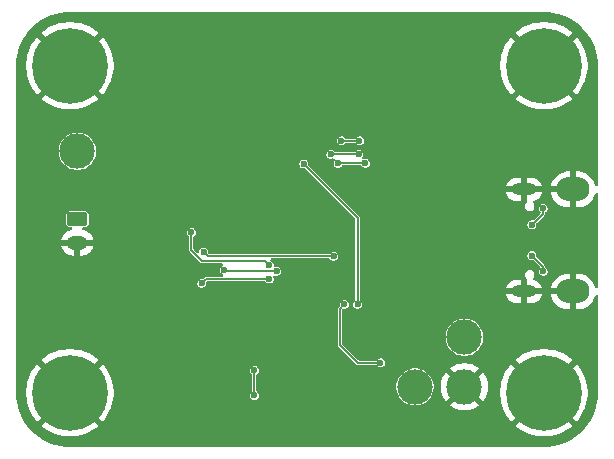
<source format=gbr>
%TF.GenerationSoftware,KiCad,Pcbnew,9.0.1*%
%TF.CreationDate,2025-04-10T15:19:34-04:00*%
%TF.ProjectId,ride-along-module,72696465-2d61-46c6-9f6e-672d6d6f6475,rev?*%
%TF.SameCoordinates,Original*%
%TF.FileFunction,Copper,L2,Bot*%
%TF.FilePolarity,Positive*%
%FSLAX46Y46*%
G04 Gerber Fmt 4.6, Leading zero omitted, Abs format (unit mm)*
G04 Created by KiCad (PCBNEW 9.0.1) date 2025-04-10 15:19:34*
%MOMM*%
%LPD*%
G01*
G04 APERTURE LIST*
G04 Aperture macros list*
%AMRoundRect*
0 Rectangle with rounded corners*
0 $1 Rounding radius*
0 $2 $3 $4 $5 $6 $7 $8 $9 X,Y pos of 4 corners*
0 Add a 4 corners polygon primitive as box body*
4,1,4,$2,$3,$4,$5,$6,$7,$8,$9,$2,$3,0*
0 Add four circle primitives for the rounded corners*
1,1,$1+$1,$2,$3*
1,1,$1+$1,$4,$5*
1,1,$1+$1,$6,$7*
1,1,$1+$1,$8,$9*
0 Add four rect primitives between the rounded corners*
20,1,$1+$1,$2,$3,$4,$5,0*
20,1,$1+$1,$4,$5,$6,$7,0*
20,1,$1+$1,$6,$7,$8,$9,0*
20,1,$1+$1,$8,$9,$2,$3,0*%
G04 Aperture macros list end*
%TA.AperFunction,ComponentPad*%
%ADD10C,0.800000*%
%TD*%
%TA.AperFunction,ComponentPad*%
%ADD11C,6.400000*%
%TD*%
%TA.AperFunction,ComponentPad*%
%ADD12C,3.000000*%
%TD*%
%TA.AperFunction,ComponentPad*%
%ADD13RoundRect,0.250000X-0.625000X0.350000X-0.625000X-0.350000X0.625000X-0.350000X0.625000X0.350000X0*%
%TD*%
%TA.AperFunction,ComponentPad*%
%ADD14O,1.750000X1.200000*%
%TD*%
%TA.AperFunction,HeatsinkPad*%
%ADD15O,2.100000X1.000000*%
%TD*%
%TA.AperFunction,HeatsinkPad*%
%ADD16O,2.794000X2.032000*%
%TD*%
%TA.AperFunction,ViaPad*%
%ADD17C,0.600000*%
%TD*%
%TA.AperFunction,Conductor*%
%ADD18C,0.200000*%
%TD*%
G04 APERTURE END LIST*
D10*
%TO.P,H1,1,1*%
%TO.N,GNDD*%
X158128000Y-84836000D03*
X158830944Y-83138944D03*
X158830944Y-86533056D03*
X160528000Y-82436000D03*
D11*
X160528000Y-84836000D03*
D10*
X160528000Y-87236000D03*
X162225056Y-83138944D03*
X162225056Y-86533056D03*
X162928000Y-84836000D03*
%TD*%
%TO.P,H4,1,1*%
%TO.N,GNDD*%
X117996000Y-57150000D03*
X118698944Y-55452944D03*
X118698944Y-58847056D03*
X120396000Y-54750000D03*
D11*
X120396000Y-57150000D03*
D10*
X120396000Y-59550000D03*
X122093056Y-55452944D03*
X122093056Y-58847056D03*
X122796000Y-57150000D03*
%TD*%
%TO.P,H3,1,1*%
%TO.N,GNDD*%
X117996000Y-84836000D03*
X118698944Y-83138944D03*
X118698944Y-86533056D03*
X120396000Y-82436000D03*
D11*
X120396000Y-84836000D03*
D10*
X120396000Y-87236000D03*
X122093056Y-83138944D03*
X122093056Y-86533056D03*
X122796000Y-84836000D03*
%TD*%
D12*
%TO.P,TP3,1,1*%
%TO.N,+3.3V*%
X149606000Y-84328000D03*
%TD*%
%TO.P,TP4,1,1*%
%TO.N,/3v7 LiPo to 3v3 Supply/V_BAT*%
X121031000Y-64389000D03*
%TD*%
D10*
%TO.P,H2,1,1*%
%TO.N,GNDD*%
X158128000Y-57150000D03*
X158830944Y-55452944D03*
X158830944Y-58847056D03*
X160528000Y-54750000D03*
D11*
X160528000Y-57150000D03*
D10*
X160528000Y-59550000D03*
X162225056Y-55452944D03*
X162225056Y-58847056D03*
X162928000Y-57150000D03*
%TD*%
D12*
%TO.P,TP1,1,1*%
%TO.N,/MCU/VDDUSB*%
X153797000Y-80137000D03*
%TD*%
%TO.P,TP2,1,1*%
%TO.N,GNDD*%
X153797000Y-84328000D03*
%TD*%
D13*
%TO.P,BT1,1,+*%
%TO.N,/3v7 LiPo to 3v3 Supply/V_BAT*%
X121031000Y-70120000D03*
D14*
%TO.P,BT1,2,-*%
%TO.N,GNDD*%
X121031000Y-72120000D03*
%TD*%
D15*
%TO.P,J1,S1,SHIELD*%
%TO.N,GNDD*%
X158830600Y-76252800D03*
D16*
X163010600Y-76252800D03*
D15*
X158830600Y-67612800D03*
D16*
X163010600Y-67612800D03*
%TD*%
D17*
%TO.N,GNDD*%
X148844000Y-75819000D03*
X151271000Y-58914000D03*
X143606500Y-54640500D03*
X141605000Y-65278000D03*
X143383000Y-62738000D03*
X138249000Y-69596000D03*
X153670000Y-71948000D03*
X127762000Y-76327000D03*
X141859000Y-82296000D03*
X125730000Y-64770000D03*
X146050000Y-80391000D03*
X154559000Y-62865000D03*
X150241000Y-75311000D03*
X148844000Y-70993000D03*
X132116000Y-65316000D03*
X121031000Y-76581000D03*
X140208000Y-60071000D03*
X121793000Y-78359000D03*
X125730000Y-81915000D03*
X126746000Y-59817000D03*
X147955000Y-69215000D03*
X131445000Y-70739000D03*
X134112000Y-71755000D03*
X134874000Y-66548000D03*
X126746000Y-72771000D03*
X154655500Y-54640500D03*
X138303000Y-82423000D03*
X145288000Y-78232000D03*
X129159000Y-68326000D03*
X127508000Y-77978000D03*
X127762000Y-73749180D03*
X128666000Y-61616000D03*
X131064000Y-84074000D03*
X132116000Y-61616000D03*
X144249000Y-78255000D03*
%TO.N,/MCU/VDD11*%
X140208000Y-65468500D03*
X144749000Y-77343000D03*
%TO.N,Net-(J1-CC1)*%
X159516800Y-73215500D03*
X160464000Y-74544700D03*
%TO.N,Net-(J1-CC2)*%
X159516800Y-70612000D03*
X160464000Y-69215000D03*
%TO.N,/MCU/SD_DAT3*%
X144907000Y-63500000D03*
X143383000Y-63500000D03*
%TO.N,/MCU/SD_CLK*%
X145415000Y-65405000D03*
X143094000Y-65405000D03*
%TO.N,/MCU/SD_CMD*%
X142494000Y-64643000D03*
X144849000Y-64643000D03*
%TO.N,Net-(U2-VLXSMPS)*%
X146685000Y-82296000D03*
X143637000Y-77343000D03*
%TO.N,/IMU Sensors/imu_int2*%
X131572000Y-75565000D03*
X137270000Y-75201000D03*
%TO.N,/IMU Sensors/imu_sclk*%
X131712665Y-72906730D03*
X142748000Y-73279000D03*
%TO.N,/IMU Sensors/imu_int1*%
X130683000Y-71247000D03*
X137287000Y-74041000D03*
%TO.N,/IMU Sensors/pres_cs*%
X136017000Y-85060000D03*
X136017000Y-82931000D03*
%TO.N,/IMU Sensors/imu_cs*%
X137922000Y-74549000D03*
X133477000Y-74422000D03*
%TD*%
D18*
%TO.N,/MCU/VDD11*%
X144749000Y-77343000D02*
X144749000Y-70009500D01*
X144749000Y-70009500D02*
X140208000Y-65468500D01*
%TO.N,Net-(J1-CC1)*%
X160464000Y-74544700D02*
X160464000Y-74162700D01*
X160464000Y-74162700D02*
X159516800Y-73215500D01*
X159575500Y-73215500D02*
X159516800Y-73215500D01*
%TO.N,Net-(J1-CC2)*%
X159766000Y-70362800D02*
X159516800Y-70612000D01*
X159766000Y-70358000D02*
X159766000Y-70362800D01*
X160464000Y-69660000D02*
X159766000Y-70358000D01*
X160464000Y-69215000D02*
X160464000Y-69660000D01*
%TO.N,/MCU/SD_DAT3*%
X143383000Y-63500000D02*
X144907000Y-63500000D01*
%TO.N,/MCU/SD_CLK*%
X145415000Y-65405000D02*
X143094000Y-65405000D01*
%TO.N,/MCU/SD_CMD*%
X142494000Y-64643000D02*
X144849000Y-64643000D01*
%TO.N,Net-(U2-VLXSMPS)*%
X143256000Y-77724000D02*
X143256000Y-80772000D01*
X143256000Y-80772000D02*
X144780000Y-82296000D01*
X144780000Y-82296000D02*
X146685000Y-82296000D01*
X143637000Y-77343000D02*
X143256000Y-77724000D01*
%TO.N,/IMU Sensors/imu_int2*%
X137270000Y-75201000D02*
X137253000Y-75184000D01*
X137253000Y-75184000D02*
X133350000Y-75184000D01*
X131953000Y-75184000D02*
X131572000Y-75565000D01*
X133350000Y-75184000D02*
X131953000Y-75184000D01*
%TO.N,/IMU Sensors/imu_sclk*%
X131712665Y-72906730D02*
X132084935Y-73279000D01*
X132084935Y-73279000D02*
X142748000Y-73279000D01*
%TO.N,/IMU Sensors/imu_int1*%
X130683000Y-72771000D02*
X130683000Y-71247000D01*
X131592000Y-73680000D02*
X130683000Y-72771000D01*
X136926000Y-73680000D02*
X131592000Y-73680000D01*
X137287000Y-74041000D02*
X136926000Y-73680000D01*
%TO.N,/IMU Sensors/pres_cs*%
X136017000Y-82931000D02*
X136017000Y-85060000D01*
%TO.N,/IMU Sensors/imu_cs*%
X133604000Y-74549000D02*
X137922000Y-74549000D01*
X133477000Y-74422000D02*
X133604000Y-74549000D01*
%TD*%
%TA.AperFunction,Conductor*%
%TO.N,GNDD*%
G36*
X160530702Y-52570616D02*
G01*
X160543819Y-52571188D01*
X160921742Y-52587688D01*
X160932477Y-52588628D01*
X161317859Y-52639364D01*
X161328493Y-52641239D01*
X161707985Y-52725371D01*
X161718425Y-52728169D01*
X162089119Y-52845048D01*
X162099280Y-52848746D01*
X162458384Y-52997492D01*
X162468180Y-53002060D01*
X162812966Y-53181544D01*
X162822306Y-53186937D01*
X163092434Y-53359028D01*
X163150123Y-53395780D01*
X163158984Y-53401984D01*
X163467354Y-53638604D01*
X163475641Y-53645558D01*
X163762205Y-53908145D01*
X163769854Y-53915794D01*
X164032441Y-54202358D01*
X164039395Y-54210645D01*
X164276015Y-54519015D01*
X164282219Y-54527876D01*
X164491054Y-54855679D01*
X164496463Y-54865047D01*
X164675936Y-55209813D01*
X164680508Y-55219617D01*
X164829252Y-55578717D01*
X164832952Y-55588883D01*
X164949829Y-55959570D01*
X164952629Y-55970018D01*
X165036758Y-56349498D01*
X165038636Y-56360151D01*
X165089369Y-56745499D01*
X165090312Y-56756276D01*
X165107384Y-57147297D01*
X165107502Y-57152706D01*
X165107502Y-67205017D01*
X165087817Y-67272056D01*
X165035013Y-67317811D01*
X164965855Y-67327755D01*
X164902299Y-67298730D01*
X164865571Y-67243335D01*
X164796534Y-67030860D01*
X164796533Y-67030857D01*
X164688199Y-66818242D01*
X164547937Y-66625190D01*
X164547937Y-66625189D01*
X164379210Y-66456462D01*
X164186157Y-66316200D01*
X163973542Y-66207866D01*
X163973539Y-66207865D01*
X163746599Y-66134129D01*
X163510911Y-66096800D01*
X163260600Y-66096800D01*
X163260600Y-67312800D01*
X162760600Y-67312800D01*
X162760600Y-66096800D01*
X162510289Y-66096800D01*
X162274600Y-66134129D01*
X162047660Y-66207865D01*
X162047657Y-66207866D01*
X161835042Y-66316200D01*
X161641990Y-66456462D01*
X161641989Y-66456462D01*
X161473262Y-66625189D01*
X161473262Y-66625190D01*
X161333000Y-66818242D01*
X161224666Y-67030857D01*
X161224665Y-67030860D01*
X161150929Y-67257800D01*
X161134299Y-67362800D01*
X162443612Y-67362800D01*
X162426395Y-67372740D01*
X162370540Y-67428595D01*
X162331044Y-67497004D01*
X162310600Y-67573304D01*
X162310600Y-67652296D01*
X162331044Y-67728596D01*
X162370540Y-67797005D01*
X162426395Y-67852860D01*
X162443612Y-67862800D01*
X161134299Y-67862800D01*
X161150929Y-67967799D01*
X161224665Y-68194739D01*
X161224666Y-68194742D01*
X161333000Y-68407357D01*
X161473262Y-68600409D01*
X161473262Y-68600410D01*
X161641989Y-68769137D01*
X161835042Y-68909399D01*
X162047657Y-69017733D01*
X162047660Y-69017734D01*
X162274600Y-69091470D01*
X162510289Y-69128800D01*
X162760600Y-69128800D01*
X162760600Y-67912800D01*
X163260600Y-67912800D01*
X163260600Y-69128800D01*
X163510911Y-69128800D01*
X163746599Y-69091470D01*
X163973539Y-69017734D01*
X163973542Y-69017733D01*
X164186157Y-68909399D01*
X164379209Y-68769137D01*
X164379210Y-68769137D01*
X164547937Y-68600410D01*
X164547937Y-68600409D01*
X164688199Y-68407357D01*
X164796533Y-68194742D01*
X164796534Y-68194739D01*
X164865571Y-67982264D01*
X164905008Y-67924589D01*
X164969367Y-67897390D01*
X165038213Y-67909304D01*
X165089689Y-67956548D01*
X165107502Y-68020582D01*
X165107502Y-75845017D01*
X165087817Y-75912056D01*
X165035013Y-75957811D01*
X164965855Y-75967755D01*
X164902299Y-75938730D01*
X164865571Y-75883335D01*
X164796534Y-75670860D01*
X164796533Y-75670857D01*
X164688199Y-75458242D01*
X164547937Y-75265190D01*
X164547937Y-75265189D01*
X164379210Y-75096462D01*
X164186157Y-74956200D01*
X163973542Y-74847866D01*
X163973539Y-74847865D01*
X163746599Y-74774129D01*
X163510911Y-74736800D01*
X163260600Y-74736800D01*
X163260600Y-75952800D01*
X162760600Y-75952800D01*
X162760600Y-74736800D01*
X162510289Y-74736800D01*
X162274600Y-74774129D01*
X162047660Y-74847865D01*
X162047657Y-74847866D01*
X161835042Y-74956200D01*
X161641990Y-75096462D01*
X161641989Y-75096462D01*
X161473262Y-75265189D01*
X161473262Y-75265190D01*
X161333000Y-75458242D01*
X161224666Y-75670857D01*
X161224665Y-75670860D01*
X161150929Y-75897800D01*
X161134299Y-76002800D01*
X162443612Y-76002800D01*
X162426395Y-76012740D01*
X162370540Y-76068595D01*
X162331044Y-76137004D01*
X162310600Y-76213304D01*
X162310600Y-76292296D01*
X162331044Y-76368596D01*
X162370540Y-76437005D01*
X162426395Y-76492860D01*
X162443612Y-76502800D01*
X161134299Y-76502800D01*
X161150929Y-76607799D01*
X161224665Y-76834739D01*
X161224666Y-76834742D01*
X161333000Y-77047357D01*
X161473262Y-77240409D01*
X161473262Y-77240410D01*
X161641989Y-77409137D01*
X161835042Y-77549399D01*
X162047657Y-77657733D01*
X162047660Y-77657734D01*
X162274600Y-77731470D01*
X162510289Y-77768800D01*
X162760600Y-77768800D01*
X162760600Y-76552800D01*
X163260600Y-76552800D01*
X163260600Y-77768800D01*
X163510911Y-77768800D01*
X163746599Y-77731470D01*
X163973539Y-77657734D01*
X163973542Y-77657733D01*
X164186157Y-77549399D01*
X164379209Y-77409137D01*
X164379210Y-77409137D01*
X164547937Y-77240410D01*
X164547937Y-77240409D01*
X164688199Y-77047357D01*
X164796533Y-76834742D01*
X164796534Y-76834739D01*
X164865571Y-76622264D01*
X164905008Y-76564589D01*
X164969367Y-76537390D01*
X165038213Y-76549304D01*
X165089689Y-76596548D01*
X165107502Y-76660582D01*
X165107502Y-84833293D01*
X165107384Y-84838702D01*
X165090312Y-85229723D01*
X165089369Y-85240500D01*
X165038636Y-85625848D01*
X165036758Y-85636501D01*
X164952629Y-86015981D01*
X164949829Y-86026429D01*
X164832952Y-86397116D01*
X164829252Y-86407282D01*
X164680508Y-86766382D01*
X164675936Y-86776186D01*
X164496463Y-87120952D01*
X164491054Y-87130320D01*
X164282219Y-87458123D01*
X164276015Y-87466984D01*
X164039395Y-87775354D01*
X164032441Y-87783641D01*
X163769854Y-88070205D01*
X163762205Y-88077854D01*
X163475641Y-88340441D01*
X163467354Y-88347395D01*
X163158984Y-88584015D01*
X163150123Y-88590219D01*
X162822320Y-88799054D01*
X162812952Y-88804463D01*
X162468186Y-88983936D01*
X162458382Y-88988508D01*
X162099282Y-89137252D01*
X162089116Y-89140952D01*
X161718429Y-89257829D01*
X161707981Y-89260629D01*
X161328501Y-89344758D01*
X161317848Y-89346636D01*
X160932500Y-89397369D01*
X160921723Y-89398312D01*
X160530703Y-89415384D01*
X160525294Y-89415502D01*
X120398708Y-89415502D01*
X120393299Y-89415384D01*
X120002278Y-89398312D01*
X119991502Y-89397369D01*
X119606151Y-89346636D01*
X119595498Y-89344758D01*
X119216022Y-89260631D01*
X119205572Y-89257831D01*
X118834883Y-89140953D01*
X118824718Y-89137253D01*
X118465618Y-88988509D01*
X118455814Y-88983937D01*
X118111057Y-88804468D01*
X118101689Y-88799060D01*
X117773868Y-88590215D01*
X117765007Y-88584010D01*
X117456646Y-88347396D01*
X117448359Y-88340442D01*
X117161795Y-88077855D01*
X117154146Y-88070206D01*
X116891558Y-87783642D01*
X116884604Y-87775355D01*
X116789176Y-87650991D01*
X116647984Y-87466985D01*
X116641780Y-87458124D01*
X116522419Y-87270766D01*
X116432937Y-87130307D01*
X116427544Y-87120967D01*
X116248060Y-86776181D01*
X116243491Y-86766383D01*
X116232762Y-86740480D01*
X116094742Y-86407271D01*
X116091053Y-86397136D01*
X115974166Y-86026417D01*
X115971369Y-86015978D01*
X115966607Y-85994499D01*
X115887240Y-85636497D01*
X115885363Y-85625848D01*
X115875952Y-85554365D01*
X115834628Y-85240477D01*
X115833688Y-85229742D01*
X115816618Y-84838746D01*
X115816500Y-84833338D01*
X115816500Y-84654234D01*
X116696000Y-84654234D01*
X116696000Y-85017765D01*
X116731632Y-85379556D01*
X116802550Y-85736090D01*
X116802553Y-85736101D01*
X116908086Y-86083997D01*
X117047207Y-86419864D01*
X117047209Y-86419869D01*
X117218570Y-86740462D01*
X117218581Y-86740480D01*
X117420551Y-87042750D01*
X117607678Y-87270765D01*
X117607679Y-87270766D01*
X119101747Y-85776697D01*
X119175588Y-85878330D01*
X119353670Y-86056412D01*
X119455301Y-86130251D01*
X117961232Y-87624319D01*
X117961233Y-87624320D01*
X118189249Y-87811448D01*
X118491519Y-88013418D01*
X118491537Y-88013429D01*
X118812130Y-88184790D01*
X118812135Y-88184792D01*
X119148002Y-88323913D01*
X119495898Y-88429446D01*
X119495909Y-88429449D01*
X119852443Y-88500367D01*
X120214234Y-88536000D01*
X120577766Y-88536000D01*
X120939556Y-88500367D01*
X121296090Y-88429449D01*
X121296101Y-88429446D01*
X121643997Y-88323913D01*
X121979864Y-88184792D01*
X121979869Y-88184790D01*
X122300462Y-88013429D01*
X122300480Y-88013418D01*
X122602736Y-87811457D01*
X122602750Y-87811447D01*
X122830765Y-87624320D01*
X122830766Y-87624319D01*
X121336698Y-86130251D01*
X121438330Y-86056412D01*
X121616412Y-85878330D01*
X121690251Y-85776698D01*
X123184319Y-87270766D01*
X123184320Y-87270765D01*
X123371447Y-87042750D01*
X123371457Y-87042736D01*
X123573418Y-86740480D01*
X123573429Y-86740462D01*
X123744790Y-86419869D01*
X123744792Y-86419864D01*
X123883913Y-86083997D01*
X123989446Y-85736101D01*
X123989449Y-85736090D01*
X124060367Y-85379556D01*
X124096000Y-85017765D01*
X124096000Y-84654234D01*
X124060367Y-84292443D01*
X123989449Y-83935909D01*
X123989446Y-83935898D01*
X123883913Y-83588002D01*
X123744792Y-83252135D01*
X123744790Y-83252130D01*
X123573533Y-82931732D01*
X123573532Y-82931728D01*
X123573528Y-82931724D01*
X123573420Y-82931522D01*
X123573418Y-82931519D01*
X123539934Y-82881406D01*
X135640300Y-82881406D01*
X135640300Y-82980593D01*
X135665971Y-83076402D01*
X135680539Y-83101633D01*
X135715565Y-83162300D01*
X135785700Y-83232435D01*
X135785703Y-83232437D01*
X135791788Y-83237106D01*
X135832990Y-83293535D01*
X135840300Y-83335481D01*
X135840300Y-84655518D01*
X135820615Y-84722557D01*
X135791789Y-84753892D01*
X135785702Y-84758562D01*
X135715565Y-84828700D01*
X135665971Y-84914597D01*
X135640300Y-85010406D01*
X135640300Y-85109593D01*
X135665971Y-85205402D01*
X135680013Y-85229722D01*
X135715565Y-85291300D01*
X135785700Y-85361435D01*
X135871599Y-85411029D01*
X135967406Y-85436700D01*
X135967408Y-85436700D01*
X136066592Y-85436700D01*
X136066594Y-85436700D01*
X136162401Y-85411029D01*
X136248300Y-85361435D01*
X136318435Y-85291300D01*
X136368029Y-85205401D01*
X136393700Y-85109594D01*
X136393700Y-85010406D01*
X136368029Y-84914599D01*
X136318435Y-84828700D01*
X136248300Y-84758565D01*
X136248299Y-84758564D01*
X136248297Y-84758562D01*
X136242211Y-84753892D01*
X136201010Y-84697463D01*
X136193700Y-84655518D01*
X136193700Y-84203911D01*
X148029300Y-84203911D01*
X148029300Y-84452089D01*
X148030764Y-84461332D01*
X148068124Y-84697212D01*
X148144813Y-84933240D01*
X148228385Y-85097257D01*
X148257486Y-85154371D01*
X148403361Y-85355151D01*
X148578849Y-85530639D01*
X148779629Y-85676514D01*
X148922832Y-85749480D01*
X149000759Y-85789186D01*
X149118773Y-85827530D01*
X149236789Y-85865876D01*
X149481911Y-85904700D01*
X149481912Y-85904700D01*
X149730088Y-85904700D01*
X149730089Y-85904700D01*
X149975211Y-85865876D01*
X150211243Y-85789185D01*
X150432371Y-85676514D01*
X150633151Y-85530639D01*
X150808639Y-85355151D01*
X150954514Y-85154371D01*
X151067185Y-84933243D01*
X151143876Y-84697211D01*
X151182700Y-84452089D01*
X151182700Y-84203911D01*
X151181590Y-84196905D01*
X151797000Y-84196905D01*
X151797000Y-84459094D01*
X151831220Y-84719009D01*
X151831222Y-84719020D01*
X151899075Y-84972255D01*
X151999404Y-85214471D01*
X151999409Y-85214482D01*
X152130488Y-85441516D01*
X152130494Y-85441524D01*
X152217080Y-85554365D01*
X153081152Y-84690292D01*
X153088049Y-84706942D01*
X153175599Y-84837970D01*
X153287030Y-84949401D01*
X153418058Y-85036951D01*
X153434705Y-85043846D01*
X152570633Y-85907917D01*
X152570633Y-85907918D01*
X152683475Y-85994505D01*
X152683483Y-85994511D01*
X152910517Y-86125590D01*
X152910528Y-86125595D01*
X153152744Y-86225924D01*
X153405979Y-86293777D01*
X153405990Y-86293779D01*
X153665905Y-86327999D01*
X153665920Y-86328000D01*
X153928080Y-86328000D01*
X153928094Y-86327999D01*
X154188009Y-86293779D01*
X154188020Y-86293777D01*
X154441255Y-86225924D01*
X154683471Y-86125595D01*
X154683482Y-86125590D01*
X154910516Y-85994511D01*
X154910534Y-85994499D01*
X155023365Y-85907919D01*
X155023365Y-85907917D01*
X154159294Y-85043846D01*
X154175942Y-85036951D01*
X154306970Y-84949401D01*
X154418401Y-84837970D01*
X154505951Y-84706942D01*
X154512846Y-84690294D01*
X155376917Y-85554365D01*
X155376919Y-85554365D01*
X155463499Y-85441534D01*
X155463511Y-85441516D01*
X155594590Y-85214482D01*
X155594595Y-85214471D01*
X155694924Y-84972255D01*
X155762777Y-84719020D01*
X155762780Y-84719007D01*
X155771308Y-84654234D01*
X156828000Y-84654234D01*
X156828000Y-85017765D01*
X156863632Y-85379556D01*
X156934550Y-85736090D01*
X156934553Y-85736101D01*
X157040086Y-86083997D01*
X157179207Y-86419864D01*
X157179209Y-86419869D01*
X157350570Y-86740462D01*
X157350581Y-86740480D01*
X157552551Y-87042750D01*
X157739678Y-87270765D01*
X157739679Y-87270766D01*
X159233747Y-85776697D01*
X159307588Y-85878330D01*
X159485670Y-86056412D01*
X159587301Y-86130251D01*
X158093232Y-87624319D01*
X158093233Y-87624320D01*
X158321249Y-87811448D01*
X158623519Y-88013418D01*
X158623537Y-88013429D01*
X158944130Y-88184790D01*
X158944135Y-88184792D01*
X159280002Y-88323913D01*
X159627898Y-88429446D01*
X159627909Y-88429449D01*
X159984443Y-88500367D01*
X160346234Y-88536000D01*
X160709766Y-88536000D01*
X161071556Y-88500367D01*
X161428090Y-88429449D01*
X161428101Y-88429446D01*
X161775997Y-88323913D01*
X162111864Y-88184792D01*
X162111869Y-88184790D01*
X162432462Y-88013429D01*
X162432480Y-88013418D01*
X162734736Y-87811457D01*
X162734750Y-87811447D01*
X162962765Y-87624320D01*
X162962766Y-87624319D01*
X161468698Y-86130251D01*
X161570330Y-86056412D01*
X161748412Y-85878330D01*
X161822251Y-85776698D01*
X163316319Y-87270766D01*
X163316320Y-87270765D01*
X163503447Y-87042750D01*
X163503457Y-87042736D01*
X163705418Y-86740480D01*
X163705429Y-86740462D01*
X163876790Y-86419869D01*
X163876792Y-86419864D01*
X164015913Y-86083997D01*
X164121446Y-85736101D01*
X164121449Y-85736090D01*
X164192367Y-85379556D01*
X164228000Y-85017765D01*
X164228000Y-84654234D01*
X164192367Y-84292443D01*
X164121449Y-83935909D01*
X164121446Y-83935898D01*
X164015913Y-83588002D01*
X163876792Y-83252135D01*
X163876790Y-83252130D01*
X163705429Y-82931537D01*
X163705418Y-82931519D01*
X163503448Y-82629249D01*
X163316320Y-82401233D01*
X163316319Y-82401232D01*
X161822251Y-83895300D01*
X161748412Y-83793670D01*
X161570330Y-83615588D01*
X161468698Y-83541748D01*
X162962766Y-82047679D01*
X162962765Y-82047678D01*
X162734750Y-81860551D01*
X162432480Y-81658581D01*
X162432462Y-81658570D01*
X162111869Y-81487209D01*
X162111864Y-81487207D01*
X161775997Y-81348086D01*
X161428101Y-81242553D01*
X161428090Y-81242550D01*
X161071556Y-81171632D01*
X160709766Y-81136000D01*
X160346234Y-81136000D01*
X159984443Y-81171632D01*
X159627909Y-81242550D01*
X159627898Y-81242553D01*
X159280002Y-81348086D01*
X158944135Y-81487207D01*
X158944130Y-81487209D01*
X158623537Y-81658570D01*
X158623519Y-81658581D01*
X158321258Y-81860545D01*
X158321254Y-81860548D01*
X158093233Y-82047679D01*
X158093233Y-82047680D01*
X159587301Y-83541748D01*
X159485670Y-83615588D01*
X159307588Y-83793670D01*
X159233748Y-83895301D01*
X157739680Y-82401233D01*
X157739679Y-82401233D01*
X157552548Y-82629254D01*
X157552545Y-82629258D01*
X157350581Y-82931519D01*
X157350570Y-82931537D01*
X157179209Y-83252130D01*
X157179207Y-83252135D01*
X157040086Y-83588002D01*
X156934553Y-83935898D01*
X156934550Y-83935909D01*
X156863632Y-84292443D01*
X156828000Y-84654234D01*
X155771308Y-84654234D01*
X155773840Y-84635002D01*
X155773840Y-84635001D01*
X155796999Y-84459094D01*
X155797000Y-84459080D01*
X155797000Y-84196919D01*
X155796999Y-84196905D01*
X155762779Y-83936990D01*
X155762777Y-83936979D01*
X155694924Y-83683744D01*
X155594595Y-83441528D01*
X155594590Y-83441517D01*
X155463511Y-83214483D01*
X155463505Y-83214475D01*
X155376918Y-83101633D01*
X155376917Y-83101633D01*
X154512846Y-83965704D01*
X154505951Y-83949058D01*
X154418401Y-83818030D01*
X154306970Y-83706599D01*
X154175942Y-83619049D01*
X154159292Y-83612152D01*
X155023365Y-82748080D01*
X154910524Y-82661494D01*
X154910516Y-82661488D01*
X154683482Y-82530409D01*
X154683471Y-82530404D01*
X154441255Y-82430075D01*
X154188020Y-82362222D01*
X154188009Y-82362220D01*
X153928094Y-82328000D01*
X153665905Y-82328000D01*
X153405990Y-82362220D01*
X153405979Y-82362222D01*
X153152744Y-82430075D01*
X152910528Y-82530404D01*
X152910517Y-82530409D01*
X152683471Y-82661496D01*
X152570633Y-82748079D01*
X152570633Y-82748080D01*
X153434706Y-83612153D01*
X153418058Y-83619049D01*
X153287030Y-83706599D01*
X153175599Y-83818030D01*
X153088049Y-83949058D01*
X153081153Y-83965706D01*
X152217080Y-83101633D01*
X152217079Y-83101633D01*
X152130496Y-83214471D01*
X151999409Y-83441517D01*
X151999404Y-83441528D01*
X151899075Y-83683744D01*
X151831222Y-83936979D01*
X151831220Y-83936990D01*
X151797000Y-84196905D01*
X151181590Y-84196905D01*
X151143876Y-83958789D01*
X151067185Y-83722757D01*
X150954514Y-83501629D01*
X150808639Y-83300849D01*
X150633151Y-83125361D01*
X150432371Y-82979486D01*
X150283614Y-82903690D01*
X150211240Y-82866813D01*
X149975212Y-82790124D01*
X149852650Y-82770712D01*
X149730089Y-82751300D01*
X149481911Y-82751300D01*
X149400203Y-82764241D01*
X149236787Y-82790124D01*
X149000759Y-82866813D01*
X148779628Y-82979486D01*
X148578846Y-83125363D01*
X148403363Y-83300846D01*
X148257486Y-83501628D01*
X148144813Y-83722759D01*
X148068124Y-83958787D01*
X148030410Y-84196905D01*
X148029300Y-84203911D01*
X136193700Y-84203911D01*
X136193700Y-83335481D01*
X136213385Y-83268442D01*
X136242212Y-83237106D01*
X136248292Y-83232439D01*
X136248300Y-83232435D01*
X136318435Y-83162300D01*
X136368029Y-83076401D01*
X136393700Y-82980594D01*
X136393700Y-82881406D01*
X136368029Y-82785599D01*
X136318435Y-82699700D01*
X136248300Y-82629565D01*
X136205350Y-82604768D01*
X136162402Y-82579971D01*
X136114497Y-82567135D01*
X136066594Y-82554300D01*
X135967406Y-82554300D01*
X135871597Y-82579971D01*
X135785700Y-82629565D01*
X135785697Y-82629567D01*
X135715567Y-82699697D01*
X135715565Y-82699700D01*
X135665971Y-82785597D01*
X135640300Y-82881406D01*
X123539934Y-82881406D01*
X123371448Y-82629249D01*
X123184320Y-82401233D01*
X123184319Y-82401232D01*
X121690251Y-83895300D01*
X121616412Y-83793670D01*
X121438330Y-83615588D01*
X121336698Y-83541748D01*
X122830766Y-82047679D01*
X122830765Y-82047678D01*
X122602750Y-81860551D01*
X122300480Y-81658581D01*
X122300462Y-81658570D01*
X121979869Y-81487209D01*
X121979864Y-81487207D01*
X121643997Y-81348086D01*
X121296101Y-81242553D01*
X121296090Y-81242550D01*
X120939556Y-81171632D01*
X120577766Y-81136000D01*
X120214234Y-81136000D01*
X119852443Y-81171632D01*
X119495909Y-81242550D01*
X119495898Y-81242553D01*
X119148002Y-81348086D01*
X118812135Y-81487207D01*
X118812130Y-81487209D01*
X118491537Y-81658570D01*
X118491519Y-81658581D01*
X118189258Y-81860545D01*
X118189254Y-81860548D01*
X117961233Y-82047679D01*
X117961233Y-82047680D01*
X119455301Y-83541748D01*
X119353670Y-83615588D01*
X119175588Y-83793670D01*
X119101748Y-83895301D01*
X117607680Y-82401233D01*
X117607679Y-82401233D01*
X117420548Y-82629254D01*
X117420545Y-82629258D01*
X117218581Y-82931519D01*
X117218570Y-82931537D01*
X117047209Y-83252130D01*
X117047207Y-83252135D01*
X116908086Y-83588002D01*
X116802553Y-83935898D01*
X116802550Y-83935909D01*
X116731632Y-84292443D01*
X116696000Y-84654234D01*
X115816500Y-84654234D01*
X115816500Y-77688852D01*
X143079300Y-77688852D01*
X143079300Y-77710688D01*
X143079300Y-80807149D01*
X143106201Y-80872093D01*
X143173343Y-80939235D01*
X143173348Y-80939239D01*
X144630200Y-82396092D01*
X144630201Y-82396093D01*
X144679907Y-82445799D01*
X144744852Y-82472700D01*
X146280519Y-82472700D01*
X146347558Y-82492385D01*
X146378894Y-82521212D01*
X146383563Y-82527297D01*
X146383565Y-82527300D01*
X146453700Y-82597435D01*
X146539599Y-82647029D01*
X146635406Y-82672700D01*
X146635408Y-82672700D01*
X146734592Y-82672700D01*
X146734594Y-82672700D01*
X146830401Y-82647029D01*
X146916300Y-82597435D01*
X146986435Y-82527300D01*
X147036029Y-82441401D01*
X147061700Y-82345594D01*
X147061700Y-82246406D01*
X147036029Y-82150599D01*
X146986435Y-82064700D01*
X146916300Y-81994565D01*
X146873350Y-81969768D01*
X146830402Y-81944971D01*
X146782497Y-81932135D01*
X146734594Y-81919300D01*
X146635406Y-81919300D01*
X146539597Y-81944971D01*
X146453700Y-81994565D01*
X146453697Y-81994567D01*
X146383567Y-82064697D01*
X146378894Y-82070788D01*
X146322465Y-82111990D01*
X146280519Y-82119300D01*
X144904554Y-82119300D01*
X144837515Y-82099615D01*
X144816873Y-82082981D01*
X143469019Y-80735127D01*
X143435534Y-80673804D01*
X143432700Y-80647446D01*
X143432700Y-80012911D01*
X152220300Y-80012911D01*
X152220300Y-80261088D01*
X152259124Y-80506212D01*
X152335813Y-80742240D01*
X152335815Y-80742243D01*
X152448486Y-80963371D01*
X152594361Y-81164151D01*
X152769849Y-81339639D01*
X152970629Y-81485514D01*
X153191757Y-81598185D01*
X153191759Y-81598186D01*
X153309773Y-81636530D01*
X153427789Y-81674876D01*
X153672911Y-81713700D01*
X153672912Y-81713700D01*
X153921088Y-81713700D01*
X153921089Y-81713700D01*
X154166211Y-81674876D01*
X154402243Y-81598185D01*
X154623371Y-81485514D01*
X154824151Y-81339639D01*
X154999639Y-81164151D01*
X155145514Y-80963371D01*
X155258185Y-80742243D01*
X155334876Y-80506211D01*
X155373700Y-80261089D01*
X155373700Y-80012911D01*
X155334876Y-79767789D01*
X155258185Y-79531757D01*
X155145514Y-79310629D01*
X154999639Y-79109849D01*
X154824151Y-78934361D01*
X154623371Y-78788486D01*
X154402240Y-78675813D01*
X154166212Y-78599124D01*
X154043650Y-78579712D01*
X153921089Y-78560300D01*
X153672911Y-78560300D01*
X153591203Y-78573241D01*
X153427787Y-78599124D01*
X153191759Y-78675813D01*
X152970628Y-78788486D01*
X152769846Y-78934363D01*
X152594363Y-79109846D01*
X152448486Y-79310628D01*
X152335813Y-79531759D01*
X152259124Y-79767787D01*
X152220300Y-80012911D01*
X143432700Y-80012911D01*
X143432700Y-77848553D01*
X143441344Y-77819111D01*
X143447864Y-77789134D01*
X143451621Y-77784113D01*
X143452385Y-77781514D01*
X143469009Y-77760881D01*
X143475930Y-77753960D01*
X143537248Y-77720473D01*
X143579807Y-77718699D01*
X143587405Y-77719699D01*
X143587406Y-77719700D01*
X143587407Y-77719700D01*
X143686592Y-77719700D01*
X143686594Y-77719700D01*
X143782401Y-77694029D01*
X143868300Y-77644435D01*
X143938435Y-77574300D01*
X143988029Y-77488401D01*
X144013700Y-77392594D01*
X144013700Y-77293406D01*
X143988029Y-77197599D01*
X143938435Y-77111700D01*
X143868300Y-77041565D01*
X143805933Y-77005557D01*
X143782402Y-76991971D01*
X143734497Y-76979135D01*
X143686594Y-76966300D01*
X143587406Y-76966300D01*
X143491597Y-76991971D01*
X143405700Y-77041565D01*
X143405697Y-77041567D01*
X143335567Y-77111697D01*
X143335565Y-77111700D01*
X143285971Y-77197597D01*
X143260300Y-77293406D01*
X143260300Y-77392593D01*
X143261301Y-77400197D01*
X143250536Y-77469233D01*
X143226044Y-77504064D01*
X143166898Y-77563209D01*
X143166896Y-77563211D01*
X143155908Y-77574200D01*
X143155907Y-77574201D01*
X143106201Y-77623907D01*
X143079300Y-77688852D01*
X115816500Y-77688852D01*
X115816500Y-71869999D01*
X119681884Y-71869999D01*
X119681885Y-71870000D01*
X120750670Y-71870000D01*
X120730925Y-71889745D01*
X120681556Y-71975255D01*
X120656000Y-72070630D01*
X120656000Y-72169370D01*
X120681556Y-72264745D01*
X120730925Y-72350255D01*
X120750670Y-72370000D01*
X119681885Y-72370000D01*
X119683085Y-72377584D01*
X119736591Y-72542255D01*
X119815195Y-72696524D01*
X119916967Y-72836602D01*
X120039397Y-72959032D01*
X120179475Y-73060804D01*
X120333742Y-73139408D01*
X120498415Y-73192914D01*
X120669429Y-73220000D01*
X120781000Y-73220000D01*
X120781000Y-72400330D01*
X120800745Y-72420075D01*
X120886255Y-72469444D01*
X120981630Y-72495000D01*
X121080370Y-72495000D01*
X121175745Y-72469444D01*
X121261255Y-72420075D01*
X121281000Y-72400330D01*
X121281000Y-73220000D01*
X121392571Y-73220000D01*
X121563584Y-73192914D01*
X121728257Y-73139408D01*
X121882524Y-73060804D01*
X122022602Y-72959032D01*
X122145032Y-72836602D01*
X122246804Y-72696524D01*
X122325408Y-72542255D01*
X122378914Y-72377584D01*
X122380115Y-72370000D01*
X121311330Y-72370000D01*
X121331075Y-72350255D01*
X121380444Y-72264745D01*
X121406000Y-72169370D01*
X121406000Y-72070630D01*
X121380444Y-71975255D01*
X121331075Y-71889745D01*
X121311330Y-71870000D01*
X122380115Y-71870000D01*
X122380115Y-71869999D01*
X122378914Y-71862415D01*
X122325408Y-71697744D01*
X122246804Y-71543475D01*
X122145032Y-71403397D01*
X122022602Y-71280967D01*
X121907589Y-71197406D01*
X130306300Y-71197406D01*
X130306300Y-71296593D01*
X130331971Y-71392402D01*
X130356768Y-71435350D01*
X130381565Y-71478300D01*
X130451700Y-71548435D01*
X130451703Y-71548437D01*
X130457788Y-71553106D01*
X130498990Y-71609535D01*
X130506300Y-71651481D01*
X130506300Y-72806149D01*
X130533201Y-72871093D01*
X130600343Y-72938235D01*
X130600349Y-72938240D01*
X131435130Y-73773021D01*
X131435133Y-73773025D01*
X131442201Y-73780093D01*
X131491907Y-73829799D01*
X131556852Y-73856700D01*
X133239953Y-73856700D01*
X133306992Y-73876385D01*
X133352747Y-73929189D01*
X133362691Y-73998347D01*
X133333666Y-74061903D01*
X133301953Y-74088087D01*
X133245703Y-74120562D01*
X133245697Y-74120567D01*
X133175567Y-74190697D01*
X133175565Y-74190700D01*
X133125971Y-74276597D01*
X133105603Y-74352615D01*
X133100300Y-74372406D01*
X133100300Y-74471594D01*
X133107752Y-74499406D01*
X133125971Y-74567402D01*
X133141497Y-74594293D01*
X133175565Y-74653300D01*
X133245700Y-74723435D01*
X133326205Y-74769915D01*
X133336594Y-74775913D01*
X133384809Y-74826481D01*
X133398031Y-74895088D01*
X133372063Y-74959952D01*
X133315149Y-75000480D01*
X133274593Y-75007300D01*
X131917850Y-75007300D01*
X131852907Y-75034200D01*
X131733064Y-75154044D01*
X131671741Y-75187528D01*
X131629197Y-75189301D01*
X131621594Y-75188300D01*
X131522406Y-75188300D01*
X131426597Y-75213971D01*
X131340700Y-75263565D01*
X131340697Y-75263567D01*
X131270567Y-75333697D01*
X131270565Y-75333700D01*
X131220971Y-75419597D01*
X131195300Y-75515406D01*
X131195300Y-75614593D01*
X131220971Y-75710402D01*
X131245768Y-75753350D01*
X131270565Y-75796300D01*
X131340700Y-75866435D01*
X131395026Y-75897800D01*
X131419717Y-75912056D01*
X131426599Y-75916029D01*
X131522406Y-75941700D01*
X131522408Y-75941700D01*
X131621592Y-75941700D01*
X131621594Y-75941700D01*
X131717401Y-75916029D01*
X131803300Y-75866435D01*
X131873435Y-75796300D01*
X131923029Y-75710401D01*
X131948700Y-75614594D01*
X131948700Y-75515406D01*
X131947699Y-75507807D01*
X131948287Y-75504032D01*
X131946952Y-75500452D01*
X131953627Y-75469774D01*
X131958461Y-75438771D01*
X131961232Y-75434829D01*
X131961809Y-75432180D01*
X131982955Y-75403935D01*
X131989880Y-75397010D01*
X132051204Y-75363532D01*
X132077553Y-75360700D01*
X133314852Y-75360700D01*
X136855635Y-75360700D01*
X136922674Y-75380385D01*
X136963022Y-75422700D01*
X136968562Y-75432296D01*
X136968564Y-75432299D01*
X136968565Y-75432300D01*
X137038700Y-75502435D01*
X137124599Y-75552029D01*
X137220406Y-75577700D01*
X137220408Y-75577700D01*
X137319592Y-75577700D01*
X137319594Y-75577700D01*
X137415401Y-75552029D01*
X137501300Y-75502435D01*
X137571435Y-75432300D01*
X137621029Y-75346401D01*
X137646700Y-75250594D01*
X137646700Y-75151406D01*
X137621029Y-75055599D01*
X137621027Y-75055596D01*
X137619673Y-75050541D01*
X137621336Y-74980692D01*
X137660498Y-74922829D01*
X137724727Y-74895325D01*
X137771541Y-74898673D01*
X137776596Y-74900027D01*
X137776599Y-74900029D01*
X137872406Y-74925700D01*
X137872408Y-74925700D01*
X137971592Y-74925700D01*
X137971594Y-74925700D01*
X138067401Y-74900029D01*
X138153300Y-74850435D01*
X138223435Y-74780300D01*
X138273029Y-74694401D01*
X138298700Y-74598594D01*
X138298700Y-74499406D01*
X138273029Y-74403599D01*
X138223435Y-74317700D01*
X138153300Y-74247565D01*
X138106561Y-74220580D01*
X138067402Y-74197971D01*
X138008404Y-74182163D01*
X137971594Y-74172300D01*
X137872406Y-74172300D01*
X137872404Y-74172300D01*
X137819792Y-74186397D01*
X137749942Y-74184733D01*
X137692080Y-74145570D01*
X137664577Y-74081341D01*
X137663700Y-74066622D01*
X137663700Y-73991408D01*
X137663700Y-73991406D01*
X137638029Y-73895599D01*
X137588435Y-73809700D01*
X137518300Y-73739565D01*
X137432401Y-73689971D01*
X137427406Y-73687087D01*
X137379191Y-73636519D01*
X137365969Y-73567912D01*
X137391937Y-73503048D01*
X137448851Y-73462520D01*
X137489407Y-73455700D01*
X142343519Y-73455700D01*
X142410558Y-73475385D01*
X142441894Y-73504212D01*
X142446563Y-73510297D01*
X142446565Y-73510300D01*
X142516700Y-73580435D01*
X142602599Y-73630029D01*
X142698406Y-73655700D01*
X142698408Y-73655700D01*
X142797592Y-73655700D01*
X142797594Y-73655700D01*
X142893401Y-73630029D01*
X142979300Y-73580435D01*
X143049435Y-73510300D01*
X143099029Y-73424401D01*
X143124700Y-73328594D01*
X143124700Y-73229406D01*
X143099029Y-73133599D01*
X143049435Y-73047700D01*
X142979300Y-72977565D01*
X142917269Y-72941751D01*
X142893402Y-72927971D01*
X142841502Y-72914065D01*
X142797594Y-72902300D01*
X142698406Y-72902300D01*
X142602597Y-72927971D01*
X142516700Y-72977565D01*
X142516697Y-72977567D01*
X142446567Y-73047697D01*
X142441894Y-73053788D01*
X142385465Y-73094990D01*
X142343519Y-73102300D01*
X132211542Y-73102300D01*
X132144503Y-73082615D01*
X132098748Y-73029811D01*
X132088603Y-72962116D01*
X132089365Y-72956327D01*
X132089365Y-72857138D01*
X132089365Y-72857136D01*
X132063694Y-72761329D01*
X132014100Y-72675430D01*
X131943965Y-72605295D01*
X131901015Y-72580498D01*
X131858067Y-72555701D01*
X131807884Y-72542255D01*
X131762259Y-72530030D01*
X131663071Y-72530030D01*
X131567262Y-72555701D01*
X131481365Y-72605295D01*
X131481362Y-72605297D01*
X131411232Y-72675427D01*
X131411230Y-72675430D01*
X131361636Y-72761327D01*
X131335965Y-72857136D01*
X131335965Y-72874712D01*
X131316280Y-72941751D01*
X131263476Y-72987506D01*
X131194318Y-72997450D01*
X131130762Y-72968425D01*
X131124284Y-72962393D01*
X130896019Y-72734128D01*
X130862534Y-72672805D01*
X130859700Y-72646447D01*
X130859700Y-71651481D01*
X130879385Y-71584442D01*
X130908212Y-71553106D01*
X130914292Y-71548439D01*
X130914300Y-71548435D01*
X130984435Y-71478300D01*
X131034029Y-71392401D01*
X131059700Y-71296594D01*
X131059700Y-71197406D01*
X131034029Y-71101599D01*
X130984435Y-71015700D01*
X130914300Y-70945565D01*
X130871350Y-70920768D01*
X130828402Y-70895971D01*
X130780497Y-70883135D01*
X130732594Y-70870300D01*
X130633406Y-70870300D01*
X130537597Y-70895971D01*
X130451700Y-70945565D01*
X130451697Y-70945567D01*
X130381567Y-71015697D01*
X130381565Y-71015700D01*
X130331971Y-71101597D01*
X130306300Y-71197406D01*
X121907589Y-71197406D01*
X121882524Y-71179195D01*
X121728257Y-71100591D01*
X121563584Y-71047086D01*
X121538879Y-71043173D01*
X121475744Y-71013244D01*
X121438813Y-70953932D01*
X121439811Y-70884070D01*
X121478421Y-70825837D01*
X121542384Y-70797723D01*
X121558277Y-70796700D01*
X121694275Y-70796700D01*
X121694282Y-70796700D01*
X121741861Y-70790436D01*
X121846278Y-70741745D01*
X121927745Y-70660278D01*
X121976436Y-70555861D01*
X121982700Y-70508282D01*
X121982700Y-69731718D01*
X121976436Y-69684139D01*
X121927745Y-69579722D01*
X121846278Y-69498255D01*
X121741861Y-69449564D01*
X121741859Y-69449563D01*
X121694292Y-69443301D01*
X121694287Y-69443300D01*
X121694282Y-69443300D01*
X120367718Y-69443300D01*
X120367712Y-69443300D01*
X120367707Y-69443301D01*
X120320141Y-69449563D01*
X120215721Y-69498255D01*
X120134255Y-69579721D01*
X120085563Y-69684141D01*
X120079301Y-69731707D01*
X120079300Y-69731724D01*
X120079300Y-70508275D01*
X120079301Y-70508292D01*
X120085563Y-70555858D01*
X120085563Y-70555859D01*
X120085564Y-70555861D01*
X120134255Y-70660278D01*
X120215722Y-70741745D01*
X120320139Y-70790436D01*
X120367718Y-70796700D01*
X120367725Y-70796700D01*
X120503723Y-70796700D01*
X120570762Y-70816385D01*
X120616517Y-70869189D01*
X120626461Y-70938347D01*
X120597436Y-71001903D01*
X120538658Y-71039677D01*
X120523121Y-71043173D01*
X120498415Y-71047086D01*
X120333742Y-71100591D01*
X120179475Y-71179195D01*
X120039397Y-71280967D01*
X119916967Y-71403397D01*
X119815195Y-71543475D01*
X119736591Y-71697744D01*
X119683085Y-71862415D01*
X119681884Y-71869999D01*
X115816500Y-71869999D01*
X115816500Y-64264911D01*
X119454300Y-64264911D01*
X119454300Y-64513088D01*
X119493124Y-64758212D01*
X119569813Y-64994240D01*
X119679044Y-65208615D01*
X119682486Y-65215371D01*
X119828361Y-65416151D01*
X120003849Y-65591639D01*
X120204629Y-65737514D01*
X120425757Y-65850185D01*
X120425759Y-65850186D01*
X120515844Y-65879456D01*
X120661789Y-65926876D01*
X120906911Y-65965700D01*
X120906912Y-65965700D01*
X121155088Y-65965700D01*
X121155089Y-65965700D01*
X121400211Y-65926876D01*
X121636243Y-65850185D01*
X121857371Y-65737514D01*
X122058151Y-65591639D01*
X122230884Y-65418906D01*
X139831300Y-65418906D01*
X139831300Y-65518094D01*
X139839957Y-65550402D01*
X139856971Y-65613902D01*
X139869903Y-65636300D01*
X139906565Y-65699800D01*
X139976700Y-65769935D01*
X140062599Y-65819529D01*
X140158406Y-65845200D01*
X140158408Y-65845200D01*
X140257592Y-65845200D01*
X140257594Y-65845200D01*
X140257595Y-65845199D01*
X140265191Y-65844199D01*
X140334227Y-65854960D01*
X140369065Y-65879456D01*
X144535981Y-70046372D01*
X144569466Y-70107695D01*
X144572300Y-70134053D01*
X144572300Y-76938518D01*
X144552615Y-77005557D01*
X144523789Y-77036892D01*
X144517702Y-77041562D01*
X144447565Y-77111700D01*
X144397971Y-77197597D01*
X144372300Y-77293406D01*
X144372300Y-77392593D01*
X144397971Y-77488402D01*
X144407014Y-77504064D01*
X144447565Y-77574300D01*
X144517700Y-77644435D01*
X144603599Y-77694029D01*
X144699406Y-77719700D01*
X144699408Y-77719700D01*
X144798592Y-77719700D01*
X144798594Y-77719700D01*
X144894401Y-77694029D01*
X144980300Y-77644435D01*
X145050435Y-77574300D01*
X145100029Y-77488401D01*
X145125700Y-77392594D01*
X145125700Y-77293406D01*
X145100029Y-77197599D01*
X145050435Y-77111700D01*
X144980300Y-77041565D01*
X144980299Y-77041564D01*
X144980297Y-77041562D01*
X144974211Y-77036892D01*
X144933010Y-76980463D01*
X144925700Y-76938518D01*
X144925700Y-76002800D01*
X157310738Y-76002800D01*
X158113612Y-76002800D01*
X158096395Y-76012740D01*
X158040540Y-76068595D01*
X158001044Y-76137004D01*
X157980600Y-76213304D01*
X157980600Y-76292296D01*
X158001044Y-76368596D01*
X158040540Y-76437005D01*
X158096395Y-76492860D01*
X158113612Y-76502800D01*
X157310738Y-76502800D01*
X157319030Y-76544490D01*
X157319030Y-76544492D01*
X157394407Y-76726471D01*
X157394414Y-76726484D01*
X157503848Y-76890262D01*
X157503851Y-76890266D01*
X157643133Y-77029548D01*
X157643137Y-77029551D01*
X157806915Y-77138985D01*
X157806928Y-77138992D01*
X157988906Y-77214369D01*
X157988918Y-77214372D01*
X158182104Y-77252799D01*
X158182108Y-77252800D01*
X158580600Y-77252800D01*
X158580600Y-76552800D01*
X159080600Y-76552800D01*
X159080600Y-77252800D01*
X159479092Y-77252800D01*
X159479095Y-77252799D01*
X159672281Y-77214372D01*
X159672293Y-77214369D01*
X159854271Y-77138992D01*
X159854284Y-77138985D01*
X160018062Y-77029551D01*
X160018066Y-77029548D01*
X160157348Y-76890266D01*
X160157351Y-76890262D01*
X160266785Y-76726484D01*
X160266792Y-76726471D01*
X160342169Y-76544492D01*
X160342169Y-76544490D01*
X160350462Y-76502800D01*
X159547588Y-76502800D01*
X159564805Y-76492860D01*
X159620660Y-76437005D01*
X159660156Y-76368596D01*
X159680600Y-76292296D01*
X159680600Y-76213304D01*
X159660156Y-76137004D01*
X159620660Y-76068595D01*
X159564805Y-76012740D01*
X159547588Y-76002800D01*
X160350462Y-76002800D01*
X160342169Y-75961109D01*
X160342169Y-75961107D01*
X160266792Y-75779128D01*
X160266785Y-75779115D01*
X160157351Y-75615337D01*
X160157348Y-75615333D01*
X160018066Y-75476051D01*
X160018062Y-75476048D01*
X159854284Y-75366614D01*
X159854271Y-75366607D01*
X159672601Y-75291358D01*
X159618197Y-75247517D01*
X159596132Y-75181223D01*
X159613411Y-75113524D01*
X159632366Y-75089122D01*
X159652040Y-75069449D01*
X159704925Y-74977850D01*
X159732300Y-74875685D01*
X159732300Y-74769915D01*
X159704925Y-74667750D01*
X159652040Y-74576151D01*
X159577249Y-74501360D01*
X159485650Y-74448475D01*
X159383485Y-74421100D01*
X159277715Y-74421100D01*
X159175549Y-74448475D01*
X159083951Y-74501360D01*
X159083948Y-74501362D01*
X159009162Y-74576148D01*
X159009160Y-74576151D01*
X158956275Y-74667749D01*
X158941354Y-74723435D01*
X158928900Y-74769915D01*
X158928900Y-74875685D01*
X158956275Y-74977850D01*
X159009160Y-75069449D01*
X159009162Y-75069451D01*
X159048874Y-75109163D01*
X159082359Y-75170486D01*
X159080145Y-75201438D01*
X159080600Y-75201438D01*
X159080600Y-75952800D01*
X158580600Y-75952800D01*
X158580600Y-75252800D01*
X158182104Y-75252800D01*
X157988918Y-75291227D01*
X157988906Y-75291230D01*
X157806928Y-75366607D01*
X157806915Y-75366614D01*
X157643137Y-75476048D01*
X157643133Y-75476051D01*
X157503851Y-75615333D01*
X157503848Y-75615337D01*
X157394414Y-75779115D01*
X157394407Y-75779128D01*
X157319030Y-75961107D01*
X157319030Y-75961109D01*
X157310738Y-76002800D01*
X144925700Y-76002800D01*
X144925700Y-73165906D01*
X159140100Y-73165906D01*
X159140100Y-73265093D01*
X159165771Y-73360902D01*
X159176274Y-73379093D01*
X159215365Y-73446800D01*
X159285500Y-73516935D01*
X159371399Y-73566529D01*
X159467206Y-73592200D01*
X159467208Y-73592200D01*
X159566392Y-73592200D01*
X159566394Y-73592200D01*
X159566395Y-73592199D01*
X159573991Y-73591199D01*
X159643027Y-73601960D01*
X159677865Y-73626456D01*
X160176005Y-74124596D01*
X160209490Y-74185919D01*
X160204506Y-74255611D01*
X160176010Y-74299954D01*
X160162566Y-74313398D01*
X160162565Y-74313400D01*
X160112971Y-74399297D01*
X160087300Y-74495106D01*
X160087300Y-74594293D01*
X160112971Y-74690102D01*
X160115454Y-74694402D01*
X160162565Y-74776000D01*
X160232700Y-74846135D01*
X160318599Y-74895729D01*
X160414406Y-74921400D01*
X160414408Y-74921400D01*
X160513592Y-74921400D01*
X160513594Y-74921400D01*
X160609401Y-74895729D01*
X160695300Y-74846135D01*
X160765435Y-74776000D01*
X160815029Y-74690101D01*
X160840700Y-74594294D01*
X160840700Y-74495106D01*
X160815029Y-74399299D01*
X160765435Y-74313400D01*
X160695300Y-74243265D01*
X160695299Y-74243264D01*
X160695297Y-74243262D01*
X160689211Y-74238592D01*
X160648010Y-74182163D01*
X160640700Y-74140218D01*
X160640700Y-74127553D01*
X160640699Y-74127550D01*
X160613799Y-74062607D01*
X160564093Y-74012901D01*
X160557028Y-74005836D01*
X160557021Y-74005830D01*
X159927756Y-73376565D01*
X159894271Y-73315242D01*
X159892499Y-73272691D01*
X159893500Y-73265091D01*
X159893500Y-73165908D01*
X159893500Y-73165906D01*
X159867829Y-73070099D01*
X159818235Y-72984200D01*
X159748100Y-72914065D01*
X159673671Y-72871093D01*
X159662202Y-72864471D01*
X159614297Y-72851635D01*
X159566394Y-72838800D01*
X159467206Y-72838800D01*
X159371397Y-72864471D01*
X159285500Y-72914065D01*
X159285497Y-72914067D01*
X159215367Y-72984197D01*
X159215365Y-72984200D01*
X159165771Y-73070097D01*
X159140100Y-73165906D01*
X144925700Y-73165906D01*
X144925700Y-70562406D01*
X159140100Y-70562406D01*
X159140100Y-70661593D01*
X159165771Y-70757402D01*
X159184844Y-70790436D01*
X159215365Y-70843300D01*
X159285500Y-70913435D01*
X159371399Y-70963029D01*
X159467206Y-70988700D01*
X159467208Y-70988700D01*
X159566392Y-70988700D01*
X159566394Y-70988700D01*
X159662201Y-70963029D01*
X159748100Y-70913435D01*
X159818235Y-70843300D01*
X159867829Y-70757401D01*
X159893500Y-70661594D01*
X159893500Y-70562406D01*
X159893499Y-70562405D01*
X159892439Y-70554349D01*
X159895768Y-70553910D01*
X159896212Y-70534981D01*
X159896832Y-70500316D01*
X159897034Y-70499892D01*
X159897040Y-70499660D01*
X159912065Y-70468479D01*
X159915794Y-70462897D01*
X159915799Y-70462893D01*
X159915801Y-70462887D01*
X159918685Y-70458572D01*
X159934100Y-70439789D01*
X160546651Y-69827239D01*
X160546654Y-69827237D01*
X160564092Y-69809799D01*
X160564093Y-69809799D01*
X160613799Y-69760093D01*
X160640700Y-69695148D01*
X160640700Y-69619481D01*
X160660385Y-69552442D01*
X160689212Y-69521106D01*
X160695292Y-69516439D01*
X160695300Y-69516435D01*
X160765435Y-69446300D01*
X160815029Y-69360401D01*
X160840700Y-69264594D01*
X160840700Y-69165406D01*
X160815029Y-69069599D01*
X160765435Y-68983700D01*
X160695300Y-68913565D01*
X160650586Y-68887749D01*
X160609402Y-68863971D01*
X160561497Y-68851135D01*
X160513594Y-68838300D01*
X160414406Y-68838300D01*
X160318597Y-68863971D01*
X160232700Y-68913565D01*
X160232697Y-68913567D01*
X160162567Y-68983697D01*
X160162565Y-68983700D01*
X160112971Y-69069597D01*
X160087300Y-69165406D01*
X160087300Y-69264593D01*
X160112971Y-69360402D01*
X160115187Y-69364240D01*
X160162565Y-69446300D01*
X160162567Y-69446302D01*
X160207505Y-69491240D01*
X160240990Y-69552563D01*
X160236006Y-69622255D01*
X160207505Y-69666602D01*
X159673623Y-70200484D01*
X159612300Y-70233969D01*
X159569763Y-70235743D01*
X159566397Y-70235300D01*
X159566394Y-70235300D01*
X159467206Y-70235300D01*
X159371397Y-70260971D01*
X159285500Y-70310565D01*
X159285497Y-70310567D01*
X159215367Y-70380697D01*
X159215365Y-70380700D01*
X159165771Y-70466597D01*
X159140100Y-70562406D01*
X144925700Y-70562406D01*
X144925700Y-69974353D01*
X144925699Y-69974350D01*
X144898799Y-69909407D01*
X144849093Y-69859701D01*
X144842028Y-69852636D01*
X144842021Y-69852630D01*
X142352191Y-67362800D01*
X157310738Y-67362800D01*
X158113612Y-67362800D01*
X158096395Y-67372740D01*
X158040540Y-67428595D01*
X158001044Y-67497004D01*
X157980600Y-67573304D01*
X157980600Y-67652296D01*
X158001044Y-67728596D01*
X158040540Y-67797005D01*
X158096395Y-67852860D01*
X158113612Y-67862800D01*
X157310738Y-67862800D01*
X157319030Y-67904490D01*
X157319030Y-67904492D01*
X157394407Y-68086471D01*
X157394414Y-68086484D01*
X157503848Y-68250262D01*
X157503851Y-68250266D01*
X157643133Y-68389548D01*
X157643137Y-68389551D01*
X157806915Y-68498985D01*
X157806928Y-68498992D01*
X157988906Y-68574369D01*
X157988918Y-68574372D01*
X158182104Y-68612799D01*
X158182108Y-68612800D01*
X158580600Y-68612800D01*
X158580600Y-67912800D01*
X159080600Y-67912800D01*
X159080600Y-68639175D01*
X159082359Y-68642397D01*
X159077375Y-68712089D01*
X159048875Y-68756435D01*
X159009163Y-68796147D01*
X159009160Y-68796151D01*
X158956275Y-68887749D01*
X158956275Y-68887750D01*
X158928900Y-68989915D01*
X158928900Y-69095685D01*
X158956275Y-69197850D01*
X159009160Y-69289449D01*
X159083951Y-69364240D01*
X159175550Y-69417125D01*
X159277715Y-69444500D01*
X159277717Y-69444500D01*
X159383483Y-69444500D01*
X159383485Y-69444500D01*
X159485650Y-69417125D01*
X159577249Y-69364240D01*
X159652040Y-69289449D01*
X159704925Y-69197850D01*
X159732300Y-69095685D01*
X159732300Y-68989915D01*
X159704925Y-68887750D01*
X159652040Y-68796151D01*
X159632372Y-68776483D01*
X159598887Y-68715160D01*
X159603871Y-68645468D01*
X159645743Y-68589535D01*
X159672601Y-68574241D01*
X159854272Y-68498992D01*
X159854284Y-68498985D01*
X160018062Y-68389551D01*
X160018066Y-68389548D01*
X160157348Y-68250266D01*
X160157351Y-68250262D01*
X160266785Y-68086484D01*
X160266792Y-68086471D01*
X160342169Y-67904492D01*
X160342169Y-67904490D01*
X160350462Y-67862800D01*
X159547588Y-67862800D01*
X159564805Y-67852860D01*
X159620660Y-67797005D01*
X159660156Y-67728596D01*
X159680600Y-67652296D01*
X159680600Y-67573304D01*
X159660156Y-67497004D01*
X159620660Y-67428595D01*
X159564805Y-67372740D01*
X159547588Y-67362800D01*
X160350462Y-67362800D01*
X160342169Y-67321109D01*
X160342169Y-67321107D01*
X160266792Y-67139128D01*
X160266785Y-67139115D01*
X160157351Y-66975337D01*
X160157348Y-66975333D01*
X160018066Y-66836051D01*
X160018062Y-66836048D01*
X159854284Y-66726614D01*
X159854271Y-66726607D01*
X159672293Y-66651230D01*
X159672281Y-66651227D01*
X159479095Y-66612800D01*
X159080600Y-66612800D01*
X159080600Y-67312800D01*
X158580600Y-67312800D01*
X158580600Y-66612800D01*
X158182104Y-66612800D01*
X157988918Y-66651227D01*
X157988906Y-66651230D01*
X157806928Y-66726607D01*
X157806915Y-66726614D01*
X157643137Y-66836048D01*
X157643133Y-66836051D01*
X157503851Y-66975333D01*
X157503848Y-66975337D01*
X157394414Y-67139115D01*
X157394407Y-67139128D01*
X157319030Y-67321107D01*
X157319030Y-67321109D01*
X157310738Y-67362800D01*
X142352191Y-67362800D01*
X140618956Y-65629565D01*
X140585471Y-65568242D01*
X140583699Y-65525691D01*
X140584700Y-65518091D01*
X140584700Y-65418908D01*
X140584700Y-65418906D01*
X140559029Y-65323099D01*
X140509435Y-65237200D01*
X140439300Y-65167065D01*
X140396350Y-65142268D01*
X140353402Y-65117471D01*
X140301502Y-65103565D01*
X140257594Y-65091800D01*
X140158406Y-65091800D01*
X140062597Y-65117471D01*
X139976700Y-65167065D01*
X139976697Y-65167067D01*
X139906567Y-65237197D01*
X139906565Y-65237200D01*
X139856971Y-65323097D01*
X139848314Y-65355408D01*
X139831300Y-65418906D01*
X122230884Y-65418906D01*
X122233639Y-65416151D01*
X122379514Y-65215371D01*
X122492185Y-64994243D01*
X122568876Y-64758211D01*
X122594979Y-64593406D01*
X142117300Y-64593406D01*
X142117300Y-64692593D01*
X142142971Y-64788402D01*
X142161168Y-64819919D01*
X142192565Y-64874300D01*
X142262700Y-64944435D01*
X142348599Y-64994029D01*
X142444406Y-65019700D01*
X142444408Y-65019700D01*
X142543592Y-65019700D01*
X142543594Y-65019700D01*
X142639401Y-64994029D01*
X142639412Y-64994022D01*
X142639550Y-64993966D01*
X142639691Y-64993950D01*
X142647252Y-64991925D01*
X142647567Y-64993103D01*
X142709019Y-64986493D01*
X142771500Y-65017763D01*
X142807157Y-65077849D01*
X142804668Y-65147675D01*
X142794398Y-65170524D01*
X142742972Y-65259595D01*
X142742972Y-65259596D01*
X142742972Y-65259597D01*
X142742971Y-65259599D01*
X142721993Y-65337893D01*
X142717300Y-65355406D01*
X142717300Y-65454593D01*
X142742971Y-65550402D01*
X142765262Y-65589010D01*
X142792565Y-65636300D01*
X142862700Y-65706435D01*
X142948599Y-65756029D01*
X143044406Y-65781700D01*
X143044408Y-65781700D01*
X143143592Y-65781700D01*
X143143594Y-65781700D01*
X143239401Y-65756029D01*
X143325300Y-65706435D01*
X143395435Y-65636300D01*
X143395439Y-65636292D01*
X143400106Y-65630212D01*
X143456535Y-65589010D01*
X143498481Y-65581700D01*
X145010519Y-65581700D01*
X145077558Y-65601385D01*
X145108894Y-65630212D01*
X145113563Y-65636297D01*
X145113565Y-65636300D01*
X145183700Y-65706435D01*
X145269599Y-65756029D01*
X145365406Y-65781700D01*
X145365408Y-65781700D01*
X145464592Y-65781700D01*
X145464594Y-65781700D01*
X145560401Y-65756029D01*
X145646300Y-65706435D01*
X145716435Y-65636300D01*
X145766029Y-65550401D01*
X145791700Y-65454594D01*
X145791700Y-65355406D01*
X145766029Y-65259599D01*
X145716435Y-65173700D01*
X145646300Y-65103565D01*
X145601759Y-65077849D01*
X145560402Y-65053971D01*
X145512497Y-65041135D01*
X145464594Y-65028300D01*
X145365406Y-65028300D01*
X145365404Y-65028300D01*
X145295068Y-65047146D01*
X145225218Y-65045483D01*
X145167356Y-65006319D01*
X145139853Y-64942090D01*
X145151440Y-64873188D01*
X145155574Y-64865397D01*
X145200029Y-64788401D01*
X145225700Y-64692594D01*
X145225700Y-64593406D01*
X145200029Y-64497599D01*
X145150435Y-64411700D01*
X145080300Y-64341565D01*
X145037350Y-64316768D01*
X144994402Y-64291971D01*
X144946497Y-64279135D01*
X144898594Y-64266300D01*
X144799406Y-64266300D01*
X144703597Y-64291971D01*
X144617700Y-64341565D01*
X144617697Y-64341567D01*
X144547567Y-64411697D01*
X144542894Y-64417788D01*
X144486465Y-64458990D01*
X144444519Y-64466300D01*
X142898481Y-64466300D01*
X142831442Y-64446615D01*
X142800106Y-64417788D01*
X142795437Y-64411703D01*
X142795435Y-64411700D01*
X142725300Y-64341565D01*
X142682350Y-64316768D01*
X142639402Y-64291971D01*
X142591497Y-64279135D01*
X142543594Y-64266300D01*
X142444406Y-64266300D01*
X142348597Y-64291971D01*
X142262700Y-64341565D01*
X142262697Y-64341567D01*
X142192567Y-64411697D01*
X142192565Y-64411700D01*
X142142971Y-64497597D01*
X142117300Y-64593406D01*
X122594979Y-64593406D01*
X122607700Y-64513089D01*
X122607700Y-64264911D01*
X122568876Y-64019789D01*
X122492185Y-63783757D01*
X122379514Y-63562629D01*
X122297979Y-63450406D01*
X143006300Y-63450406D01*
X143006300Y-63549594D01*
X143009793Y-63562629D01*
X143031971Y-63645402D01*
X143054262Y-63684010D01*
X143081565Y-63731300D01*
X143151700Y-63801435D01*
X143237599Y-63851029D01*
X143333406Y-63876700D01*
X143333408Y-63876700D01*
X143432592Y-63876700D01*
X143432594Y-63876700D01*
X143528401Y-63851029D01*
X143614300Y-63801435D01*
X143684435Y-63731300D01*
X143684439Y-63731292D01*
X143689106Y-63725212D01*
X143745535Y-63684010D01*
X143787481Y-63676700D01*
X144502519Y-63676700D01*
X144569558Y-63696385D01*
X144600894Y-63725212D01*
X144605563Y-63731297D01*
X144605565Y-63731300D01*
X144675700Y-63801435D01*
X144761599Y-63851029D01*
X144857406Y-63876700D01*
X144857408Y-63876700D01*
X144956592Y-63876700D01*
X144956594Y-63876700D01*
X145052401Y-63851029D01*
X145138300Y-63801435D01*
X145208435Y-63731300D01*
X145258029Y-63645401D01*
X145283700Y-63549594D01*
X145283700Y-63450406D01*
X145258029Y-63354599D01*
X145208435Y-63268700D01*
X145138300Y-63198565D01*
X145095350Y-63173768D01*
X145052402Y-63148971D01*
X145004497Y-63136135D01*
X144956594Y-63123300D01*
X144857406Y-63123300D01*
X144761597Y-63148971D01*
X144675700Y-63198565D01*
X144675697Y-63198567D01*
X144605567Y-63268697D01*
X144600894Y-63274788D01*
X144544465Y-63315990D01*
X144502519Y-63323300D01*
X143787481Y-63323300D01*
X143720442Y-63303615D01*
X143689106Y-63274788D01*
X143684437Y-63268703D01*
X143684435Y-63268700D01*
X143614300Y-63198565D01*
X143571350Y-63173768D01*
X143528402Y-63148971D01*
X143480497Y-63136135D01*
X143432594Y-63123300D01*
X143333406Y-63123300D01*
X143237597Y-63148971D01*
X143151700Y-63198565D01*
X143151697Y-63198567D01*
X143081567Y-63268697D01*
X143081565Y-63268700D01*
X143031971Y-63354597D01*
X143006300Y-63450406D01*
X122297979Y-63450406D01*
X122233639Y-63361849D01*
X122058151Y-63186361D01*
X121857371Y-63040486D01*
X121636240Y-62927813D01*
X121400212Y-62851124D01*
X121277650Y-62831712D01*
X121155089Y-62812300D01*
X120906911Y-62812300D01*
X120825203Y-62825241D01*
X120661787Y-62851124D01*
X120425759Y-62927813D01*
X120204628Y-63040486D01*
X120003846Y-63186363D01*
X119828363Y-63361846D01*
X119682486Y-63562628D01*
X119569813Y-63783759D01*
X119493124Y-64019787D01*
X119454300Y-64264911D01*
X115816500Y-64264911D01*
X115816500Y-57152706D01*
X115816618Y-57147297D01*
X115824436Y-56968234D01*
X116696000Y-56968234D01*
X116696000Y-57331765D01*
X116731632Y-57693556D01*
X116802550Y-58050090D01*
X116802553Y-58050101D01*
X116908086Y-58397997D01*
X117047207Y-58733864D01*
X117047209Y-58733869D01*
X117218570Y-59054462D01*
X117218581Y-59054480D01*
X117420551Y-59356750D01*
X117607678Y-59584765D01*
X117607679Y-59584766D01*
X119101747Y-58090697D01*
X119175588Y-58192330D01*
X119353670Y-58370412D01*
X119455301Y-58444251D01*
X117961232Y-59938319D01*
X117961233Y-59938320D01*
X118189249Y-60125448D01*
X118491519Y-60327418D01*
X118491537Y-60327429D01*
X118812130Y-60498790D01*
X118812135Y-60498792D01*
X119148002Y-60637913D01*
X119495898Y-60743446D01*
X119495909Y-60743449D01*
X119852443Y-60814367D01*
X120214234Y-60850000D01*
X120577766Y-60850000D01*
X120939556Y-60814367D01*
X121296090Y-60743449D01*
X121296101Y-60743446D01*
X121643997Y-60637913D01*
X121979864Y-60498792D01*
X121979869Y-60498790D01*
X122300462Y-60327429D01*
X122300480Y-60327418D01*
X122602736Y-60125457D01*
X122602750Y-60125447D01*
X122830765Y-59938320D01*
X122830766Y-59938319D01*
X121336698Y-58444251D01*
X121438330Y-58370412D01*
X121616412Y-58192330D01*
X121690251Y-58090698D01*
X123184319Y-59584766D01*
X123184320Y-59584765D01*
X123371447Y-59356750D01*
X123371457Y-59356736D01*
X123573418Y-59054480D01*
X123573429Y-59054462D01*
X123744790Y-58733869D01*
X123744792Y-58733864D01*
X123883913Y-58397997D01*
X123989446Y-58050101D01*
X123989449Y-58050090D01*
X124060367Y-57693556D01*
X124096000Y-57331765D01*
X124096000Y-56968234D01*
X156828000Y-56968234D01*
X156828000Y-57331765D01*
X156863632Y-57693556D01*
X156934550Y-58050090D01*
X156934553Y-58050101D01*
X157040086Y-58397997D01*
X157179207Y-58733864D01*
X157179209Y-58733869D01*
X157350570Y-59054462D01*
X157350581Y-59054480D01*
X157552551Y-59356750D01*
X157739678Y-59584765D01*
X157739679Y-59584766D01*
X159233747Y-58090697D01*
X159307588Y-58192330D01*
X159485670Y-58370412D01*
X159587301Y-58444251D01*
X158093232Y-59938319D01*
X158093233Y-59938320D01*
X158321249Y-60125448D01*
X158623519Y-60327418D01*
X158623537Y-60327429D01*
X158944130Y-60498790D01*
X158944135Y-60498792D01*
X159280002Y-60637913D01*
X159627898Y-60743446D01*
X159627909Y-60743449D01*
X159984443Y-60814367D01*
X160346234Y-60850000D01*
X160709766Y-60850000D01*
X161071556Y-60814367D01*
X161428090Y-60743449D01*
X161428101Y-60743446D01*
X161775997Y-60637913D01*
X162111864Y-60498792D01*
X162111869Y-60498790D01*
X162432462Y-60327429D01*
X162432480Y-60327418D01*
X162734736Y-60125457D01*
X162734750Y-60125447D01*
X162962765Y-59938320D01*
X162962766Y-59938319D01*
X161468698Y-58444251D01*
X161570330Y-58370412D01*
X161748412Y-58192330D01*
X161822251Y-58090698D01*
X163316319Y-59584766D01*
X163316320Y-59584765D01*
X163503447Y-59356750D01*
X163503457Y-59356736D01*
X163705418Y-59054480D01*
X163705429Y-59054462D01*
X163876790Y-58733869D01*
X163876792Y-58733864D01*
X164015913Y-58397997D01*
X164121446Y-58050101D01*
X164121449Y-58050090D01*
X164192367Y-57693556D01*
X164228000Y-57331765D01*
X164228000Y-56968234D01*
X164192367Y-56606443D01*
X164121449Y-56249909D01*
X164121446Y-56249898D01*
X164015913Y-55902002D01*
X163876792Y-55566135D01*
X163876790Y-55566130D01*
X163705429Y-55245537D01*
X163705418Y-55245519D01*
X163503448Y-54943249D01*
X163316320Y-54715233D01*
X163316319Y-54715232D01*
X161822251Y-56209300D01*
X161748412Y-56107670D01*
X161570330Y-55929588D01*
X161468698Y-55855748D01*
X162962766Y-54361679D01*
X162962765Y-54361678D01*
X162734750Y-54174551D01*
X162432480Y-53972581D01*
X162432462Y-53972570D01*
X162111869Y-53801209D01*
X162111864Y-53801207D01*
X161775997Y-53662086D01*
X161428101Y-53556553D01*
X161428090Y-53556550D01*
X161071556Y-53485632D01*
X160709766Y-53450000D01*
X160346234Y-53450000D01*
X159984443Y-53485632D01*
X159627909Y-53556550D01*
X159627898Y-53556553D01*
X159280002Y-53662086D01*
X158944135Y-53801207D01*
X158944130Y-53801209D01*
X158623537Y-53972570D01*
X158623519Y-53972581D01*
X158321258Y-54174545D01*
X158321254Y-54174548D01*
X158093233Y-54361679D01*
X158093233Y-54361680D01*
X159587301Y-55855748D01*
X159485670Y-55929588D01*
X159307588Y-56107670D01*
X159233748Y-56209301D01*
X157739680Y-54715233D01*
X157739679Y-54715233D01*
X157552548Y-54943254D01*
X157552545Y-54943258D01*
X157350581Y-55245519D01*
X157350570Y-55245537D01*
X157179209Y-55566130D01*
X157179207Y-55566135D01*
X157040086Y-55902002D01*
X156934553Y-56249898D01*
X156934550Y-56249909D01*
X156863632Y-56606443D01*
X156828000Y-56968234D01*
X124096000Y-56968234D01*
X124060367Y-56606443D01*
X123989449Y-56249909D01*
X123989446Y-56249898D01*
X123883913Y-55902002D01*
X123744792Y-55566135D01*
X123744790Y-55566130D01*
X123573429Y-55245537D01*
X123573418Y-55245519D01*
X123371448Y-54943249D01*
X123184320Y-54715233D01*
X123184319Y-54715232D01*
X121690251Y-56209300D01*
X121616412Y-56107670D01*
X121438330Y-55929588D01*
X121336698Y-55855748D01*
X122830766Y-54361679D01*
X122830765Y-54361678D01*
X122602750Y-54174551D01*
X122300480Y-53972581D01*
X122300462Y-53972570D01*
X121979869Y-53801209D01*
X121979864Y-53801207D01*
X121643997Y-53662086D01*
X121296101Y-53556553D01*
X121296090Y-53556550D01*
X120939556Y-53485632D01*
X120577766Y-53450000D01*
X120214234Y-53450000D01*
X119852443Y-53485632D01*
X119495909Y-53556550D01*
X119495898Y-53556553D01*
X119148002Y-53662086D01*
X118812135Y-53801207D01*
X118812130Y-53801209D01*
X118491537Y-53972570D01*
X118491519Y-53972581D01*
X118189258Y-54174545D01*
X118189254Y-54174548D01*
X117961233Y-54361679D01*
X117961233Y-54361680D01*
X119455301Y-55855748D01*
X119353670Y-55929588D01*
X119175588Y-56107670D01*
X119101748Y-56209301D01*
X117607680Y-54715233D01*
X117607679Y-54715233D01*
X117420548Y-54943254D01*
X117420545Y-54943258D01*
X117218581Y-55245519D01*
X117218570Y-55245537D01*
X117047209Y-55566130D01*
X117047207Y-55566135D01*
X116908086Y-55902002D01*
X116802553Y-56249898D01*
X116802550Y-56249909D01*
X116731632Y-56606443D01*
X116696000Y-56968234D01*
X115824436Y-56968234D01*
X115824805Y-56959778D01*
X115824805Y-56959777D01*
X115826073Y-56930741D01*
X115833690Y-56756255D01*
X115834629Y-56745524D01*
X115885367Y-56360137D01*
X115887240Y-56349510D01*
X115971374Y-55970008D01*
X115974172Y-55959570D01*
X116091052Y-55588873D01*
X116094749Y-55578717D01*
X116232757Y-55245537D01*
X116243499Y-55219602D01*
X116248057Y-55209828D01*
X116427551Y-54865023D01*
X116432933Y-54855702D01*
X116641788Y-54527866D01*
X116647971Y-54519034D01*
X116884613Y-54210637D01*
X116891551Y-54202368D01*
X117154158Y-53915783D01*
X117161784Y-53908157D01*
X117448369Y-53645550D01*
X117456638Y-53638612D01*
X117765025Y-53401978D01*
X117773868Y-53395787D01*
X118101704Y-53186932D01*
X118111025Y-53181550D01*
X118455830Y-53002056D01*
X118465604Y-52997498D01*
X118824728Y-52848744D01*
X118834867Y-52845053D01*
X119205597Y-52728163D01*
X119216005Y-52725374D01*
X119595515Y-52641240D01*
X119606135Y-52639367D01*
X119991524Y-52588630D01*
X120002255Y-52587690D01*
X120393355Y-52570615D01*
X120398744Y-52570498D01*
X120461894Y-52570498D01*
X160462108Y-52570498D01*
X160525294Y-52570498D01*
X160530702Y-52570616D01*
G37*
%TD.AperFunction*%
%TD*%
M02*

</source>
